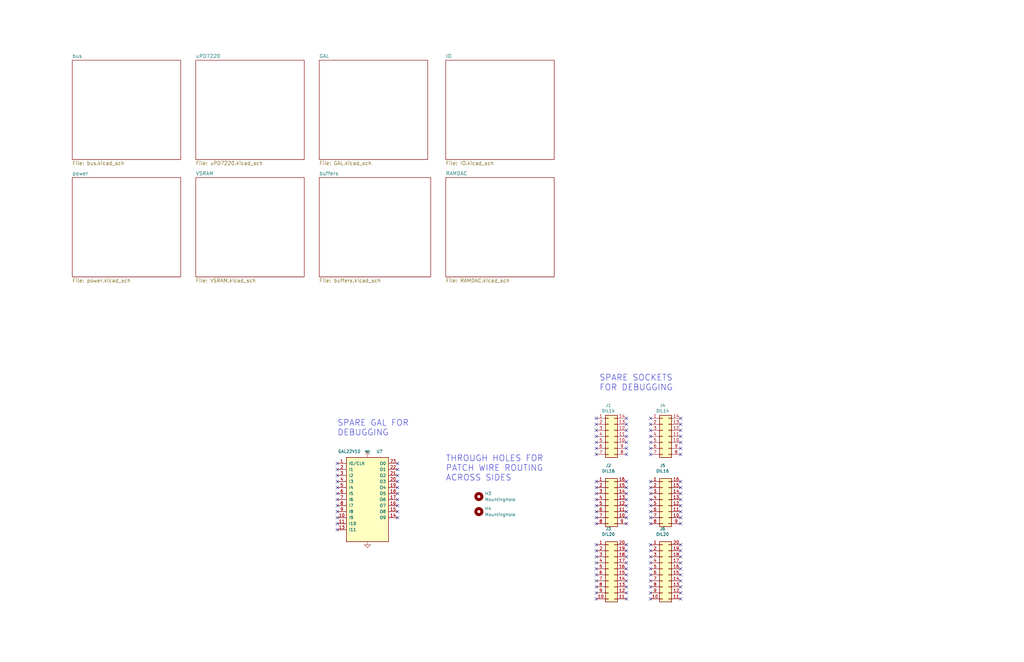
<source format=kicad_sch>
(kicad_sch (version 20211123) (generator eeschema)
  (paper "B")
  (lib_symbols
    (symbol "Connector_Generic:Conn_02x07_Counter_Clockwise" (pin_names (offset 1.016) hide)
      (property "Reference" "J" (at 1.27 10.16 0))
      (property "Value" "Conn_02x07_Counter_Clockwise" (at 1.27 -10.16 0))
      (symbol "Conn_02x07_Counter_Clockwise_1_1"
        (rectangle (start -1.27 -7.493) (end 0 -7.747) (stroke (width 0.1524)))
        (rectangle (start -1.27 -4.953) (end 0 -5.207) (stroke (width 0.1524)))
        (rectangle (start -1.27 -2.413) (end 0 -2.667) (stroke (width 0.1524)))
        (rectangle (start -1.27 0.127) (end 0 -0.127) (stroke (width 0.1524)))
        (rectangle (start -1.27 2.667) (end 0 2.413) (stroke (width 0.1524)))
        (rectangle (start -1.27 5.207) (end 0 4.953) (stroke (width 0.1524)))
        (rectangle (start -1.27 7.747) (end 0 7.493) (stroke (width 0.1524)))
        (rectangle (start -1.27 8.89) (end 3.81 -8.89) (stroke (width 0.254)) (fill (type background)))
        (rectangle (start 3.81 -7.493) (end 2.54 -7.747) (stroke (width 0.1524)))
        (rectangle (start 3.81 -4.953) (end 2.54 -5.207) (stroke (width 0.1524)))
        (rectangle (start 3.81 -2.413) (end 2.54 -2.667) (stroke (width 0.1524)))
        (rectangle (start 3.81 0.127) (end 2.54 -0.127) (stroke (width 0.1524)))
        (rectangle (start 3.81 2.667) (end 2.54 2.413) (stroke (width 0.1524)))
        (rectangle (start 3.81 5.207) (end 2.54 4.953) (stroke (width 0.1524)))
        (rectangle (start 3.81 7.747) (end 2.54 7.493) (stroke (width 0.1524)))
        (pin passive line (at -5.08 7.62 0) (length 3.81) (name "Pin_1") (number "1"))
        (pin passive line (at 7.62 -2.54 180) (length 3.81) (name "Pin_10") (number "10"))
        (pin passive line (at 7.62 0 180) (length 3.81) (name "Pin_11") (number "11"))
        (pin passive line (at 7.62 2.54 180) (length 3.81) (name "Pin_12") (number "12"))
        (pin passive line (at 7.62 5.08 180) (length 3.81) (name "Pin_13") (number "13"))
        (pin passive line (at 7.62 7.62 180) (length 3.81) (name "Pin_14") (number "14"))
        (pin passive line (at -5.08 5.08 0) (length 3.81) (name "Pin_2") (number "2"))
        (pin passive line (at -5.08 2.54 0) (length 3.81) (name "Pin_3") (number "3"))
        (pin passive line (at -5.08 0 0) (length 3.81) (name "Pin_4") (number "4"))
        (pin passive line (at -5.08 -2.54 0) (length 3.81) (name "Pin_5") (number "5"))
        (pin passive line (at -5.08 -5.08 0) (length 3.81) (name "Pin_6") (number "6"))
        (pin passive line (at -5.08 -7.62 0) (length 3.81) (name "Pin_7") (number "7"))
        (pin passive line (at 7.62 -7.62 180) (length 3.81) (name "Pin_8") (number "8"))
        (pin passive line (at 7.62 -5.08 180) (length 3.81) (name "Pin_9") (number "9"))
      )
    )
    (symbol "Connector_Generic:Conn_02x08_Counter_Clockwise" (pin_names (offset 1.016) hide)
      (property "Reference" "J" (at 1.27 10.16 0))
      (property "Value" "Conn_02x08_Counter_Clockwise" (at 1.27 -12.7 0))
      (symbol "Conn_02x08_Counter_Clockwise_1_1"
        (rectangle (start -1.27 -10.033) (end 0 -10.287) (stroke (width 0.1524)))
        (rectangle (start -1.27 -7.493) (end 0 -7.747) (stroke (width 0.1524)))
        (rectangle (start -1.27 -4.953) (end 0 -5.207) (stroke (width 0.1524)))
        (rectangle (start -1.27 -2.413) (end 0 -2.667) (stroke (width 0.1524)))
        (rectangle (start -1.27 0.127) (end 0 -0.127) (stroke (width 0.1524)))
        (rectangle (start -1.27 2.667) (end 0 2.413) (stroke (width 0.1524)))
        (rectangle (start -1.27 5.207) (end 0 4.953) (stroke (width 0.1524)))
        (rectangle (start -1.27 7.747) (end 0 7.493) (stroke (width 0.1524)))
        (rectangle (start -1.27 8.89) (end 3.81 -11.43) (stroke (width 0.254)) (fill (type background)))
        (rectangle (start 3.81 -10.033) (end 2.54 -10.287) (stroke (width 0.1524)))
        (rectangle (start 3.81 -7.493) (end 2.54 -7.747) (stroke (width 0.1524)))
        (rectangle (start 3.81 -4.953) (end 2.54 -5.207) (stroke (width 0.1524)))
        (rectangle (start 3.81 -2.413) (end 2.54 -2.667) (stroke (width 0.1524)))
        (rectangle (start 3.81 0.127) (end 2.54 -0.127) (stroke (width 0.1524)))
        (rectangle (start 3.81 2.667) (end 2.54 2.413) (stroke (width 0.1524)))
        (rectangle (start 3.81 5.207) (end 2.54 4.953) (stroke (width 0.1524)))
        (rectangle (start 3.81 7.747) (end 2.54 7.493) (stroke (width 0.1524)))
        (pin passive line (at -5.08 7.62 0) (length 3.81) (name "Pin_1") (number "1"))
        (pin passive line (at 7.62 -7.62 180) (length 3.81) (name "Pin_10") (number "10"))
        (pin passive line (at 7.62 -5.08 180) (length 3.81) (name "Pin_11") (number "11"))
        (pin passive line (at 7.62 -2.54 180) (length 3.81) (name "Pin_12") (number "12"))
        (pin passive line (at 7.62 0 180) (length 3.81) (name "Pin_13") (number "13"))
        (pin passive line (at 7.62 2.54 180) (length 3.81) (name "Pin_14") (number "14"))
        (pin passive line (at 7.62 5.08 180) (length 3.81) (name "Pin_15") (number "15"))
        (pin passive line (at 7.62 7.62 180) (length 3.81) (name "Pin_16") (number "16"))
        (pin passive line (at -5.08 5.08 0) (length 3.81) (name "Pin_2") (number "2"))
        (pin passive line (at -5.08 2.54 0) (length 3.81) (name "Pin_3") (number "3"))
        (pin passive line (at -5.08 0 0) (length 3.81) (name "Pin_4") (number "4"))
        (pin passive line (at -5.08 -2.54 0) (length 3.81) (name "Pin_5") (number "5"))
        (pin passive line (at -5.08 -5.08 0) (length 3.81) (name "Pin_6") (number "6"))
        (pin passive line (at -5.08 -7.62 0) (length 3.81) (name "Pin_7") (number "7"))
        (pin passive line (at -5.08 -10.16 0) (length 3.81) (name "Pin_8") (number "8"))
        (pin passive line (at 7.62 -10.16 180) (length 3.81) (name "Pin_9") (number "9"))
      )
    )
    (symbol "Connector_Generic:Conn_02x10_Counter_Clockwise" (pin_names (offset 1.016) hide)
      (property "Reference" "J" (at 1.27 12.7 0))
      (property "Value" "Conn_02x10_Counter_Clockwise" (at 1.27 -15.24 0))
      (symbol "Conn_02x10_Counter_Clockwise_1_1"
        (rectangle (start -1.27 -12.573) (end 0 -12.827) (stroke (width 0.1524)))
        (rectangle (start -1.27 -10.033) (end 0 -10.287) (stroke (width 0.1524)))
        (rectangle (start -1.27 -7.493) (end 0 -7.747) (stroke (width 0.1524)))
        (rectangle (start -1.27 -4.953) (end 0 -5.207) (stroke (width 0.1524)))
        (rectangle (start -1.27 -2.413) (end 0 -2.667) (stroke (width 0.1524)))
        (rectangle (start -1.27 0.127) (end 0 -0.127) (stroke (width 0.1524)))
        (rectangle (start -1.27 2.667) (end 0 2.413) (stroke (width 0.1524)))
        (rectangle (start -1.27 5.207) (end 0 4.953) (stroke (width 0.1524)))
        (rectangle (start -1.27 7.747) (end 0 7.493) (stroke (width 0.1524)))
        (rectangle (start -1.27 10.287) (end 0 10.033) (stroke (width 0.1524)))
        (rectangle (start -1.27 11.43) (end 3.81 -13.97) (stroke (width 0.254)) (fill (type background)))
        (rectangle (start 3.81 -12.573) (end 2.54 -12.827) (stroke (width 0.1524)))
        (rectangle (start 3.81 -10.033) (end 2.54 -10.287) (stroke (width 0.1524)))
        (rectangle (start 3.81 -7.493) (end 2.54 -7.747) (stroke (width 0.1524)))
        (rectangle (start 3.81 -4.953) (end 2.54 -5.207) (stroke (width 0.1524)))
        (rectangle (start 3.81 -2.413) (end 2.54 -2.667) (stroke (width 0.1524)))
        (rectangle (start 3.81 0.127) (end 2.54 -0.127) (stroke (width 0.1524)))
        (rectangle (start 3.81 2.667) (end 2.54 2.413) (stroke (width 0.1524)))
        (rectangle (start 3.81 5.207) (end 2.54 4.953) (stroke (width 0.1524)))
        (rectangle (start 3.81 7.747) (end 2.54 7.493) (stroke (width 0.1524)))
        (rectangle (start 3.81 10.287) (end 2.54 10.033) (stroke (width 0.1524)))
        (pin passive line (at -5.08 10.16 0) (length 3.81) (name "Pin_1") (number "1"))
        (pin passive line (at -5.08 -12.7 0) (length 3.81) (name "Pin_10") (number "10"))
        (pin passive line (at 7.62 -12.7 180) (length 3.81) (name "Pin_11") (number "11"))
        (pin passive line (at 7.62 -10.16 180) (length 3.81) (name "Pin_12") (number "12"))
        (pin passive line (at 7.62 -7.62 180) (length 3.81) (name "Pin_13") (number "13"))
        (pin passive line (at 7.62 -5.08 180) (length 3.81) (name "Pin_14") (number "14"))
        (pin passive line (at 7.62 -2.54 180) (length 3.81) (name "Pin_15") (number "15"))
        (pin passive line (at 7.62 0 180) (length 3.81) (name "Pin_16") (number "16"))
        (pin passive line (at 7.62 2.54 180) (length 3.81) (name "Pin_17") (number "17"))
        (pin passive line (at 7.62 5.08 180) (length 3.81) (name "Pin_18") (number "18"))
        (pin passive line (at 7.62 7.62 180) (length 3.81) (name "Pin_19") (number "19"))
        (pin passive line (at -5.08 7.62 0) (length 3.81) (name "Pin_2") (number "2"))
        (pin passive line (at 7.62 10.16 180) (length 3.81) (name "Pin_20") (number "20"))
        (pin passive line (at -5.08 5.08 0) (length 3.81) (name "Pin_3") (number "3"))
        (pin passive line (at -5.08 2.54 0) (length 3.81) (name "Pin_4") (number "4"))
        (pin passive line (at -5.08 0 0) (length 3.81) (name "Pin_5") (number "5"))
        (pin passive line (at -5.08 -2.54 0) (length 3.81) (name "Pin_6") (number "6"))
        (pin passive line (at -5.08 -5.08 0) (length 3.81) (name "Pin_7") (number "7"))
        (pin passive line (at -5.08 -7.62 0) (length 3.81) (name "Pin_8") (number "8"))
        (pin passive line (at -5.08 -10.16 0) (length 3.81) (name "Pin_9") (number "9"))
      )
    )
    (symbol "GAL22V10:GAL22V10" (pin_names (offset 1.016))
      (property "Reference" "U" (at -8.89 19.05 0))
      (property "Value" "GAL22V10" (at -1.27 19.05 0))
      (symbol "GAL22V10_0_1"
        (rectangle (start -8.89 -17.78) (end 8.89 17.78) (stroke (width 0.254)) (fill (type background)))
      )
      (symbol "GAL22V10_1_1"
        (pin input line (at -12.7 15.24 0) (length 3.81) (name "I0/CLK") (number "1"))
        (pin input line (at -12.7 -7.62 0) (length 3.81) (name "I9") (number "10"))
        (pin input line (at -12.7 -10.16 0) (length 3.81) (name "I10") (number "11"))
        (pin power_in line (at 0 -17.78 90) (length 0) hide (name "GND") (number "12"))
        (pin input line (at -12.7 -12.7 0) (length 3.81) (name "I11") (number "13"))
        (pin output line (at 12.7 -7.62 180) (length 3.81) (name "O9") (number "14"))
        (pin output line (at 12.7 -5.08 180) (length 3.81) (name "O8") (number "15"))
        (pin output line (at 12.7 -2.54 180) (length 3.81) (name "O7") (number "16"))
        (pin output line (at 12.7 0 180) (length 3.81) (name "O6") (number "17"))
        (pin output line (at 12.7 2.54 180) (length 3.81) (name "O5") (number "18"))
        (pin output line (at 12.7 5.08 180) (length 3.81) (name "O4") (number "19"))
        (pin input line (at -12.7 12.7 0) (length 3.81) (name "I1") (number "2"))
        (pin output line (at 12.7 7.62 180) (length 3.81) (name "O3") (number "20"))
        (pin output line (at 12.7 10.16 180) (length 3.81) (name "O2") (number "21"))
        (pin output line (at 12.7 12.7 180) (length 3.81) (name "O1") (number "22"))
        (pin output line (at 12.7 15.24 180) (length 3.81) (name "O0") (number "23"))
        (pin power_in line (at 0 17.78 270) (length 0) hide (name "VCC") (number "24"))
        (pin input line (at -12.7 10.16 0) (length 3.81) (name "I2") (number "3"))
        (pin input line (at -12.7 7.62 0) (length 3.81) (name "I3") (number "4"))
        (pin input line (at -12.7 5.08 0) (length 3.81) (name "I4") (number "5"))
        (pin input line (at -12.7 2.54 0) (length 3.81) (name "I5") (number "6"))
        (pin input line (at -12.7 0 0) (length 3.81) (name "I6") (number "7"))
        (pin input line (at -12.7 -2.54 0) (length 3.81) (name "I7") (number "8"))
        (pin input line (at -12.7 -5.08 0) (length 3.81) (name "I8") (number "9"))
      )
    )
    (symbol "Mechanical:MountingHole" (pin_names (offset 1.016))
      (property "Reference" "H" (at 0 5.08 0))
      (property "Value" "MountingHole" (at 0 3.175 0))
      (symbol "MountingHole_0_1"
        (circle (center 0 0) (radius 1.27) (stroke (width 1.27)))
      )
    )
    (symbol "power:GND" (power) (pin_names (offset 0))
      (property "Value" "GND" (at 0 -3.81 0))
      (symbol "GND_0_1"
        (polyline (pts (xy 0 0) (xy 0 -1.27) (xy 1.27 -1.27) (xy 0 -2.54) (xy -1.27 -1.27) (xy 0 -1.27)))
      )
      (symbol "GND_1_1"
        (pin power_in line (at 0 0 270) (length 0) hide (name "GND") (number "1"))
      )
    )
    (symbol "power:VCC" (power) (pin_names (offset 0))
      (property "Value" "VCC" (at 0 3.81 0))
      (symbol "VCC_0_1"
        (polyline (pts (xy -0.762 1.27) (xy 0 2.54)))
        (polyline (pts (xy 0 0) (xy 0 2.54)))
        (polyline (pts (xy 0 2.54) (xy 0.762 1.27)))
      )
      (symbol "VCC_1_1"
        (pin power_in line (at 0 0 90) (length 0) hide (name "VCC") (number "1"))
      )
    )
  )
  (no_connect (at 142.24 213.36))
  (no_connect (at 287.02 215.9))
  (no_connect (at 287.02 191.77))
  (no_connect (at 274.32 213.36))
  (no_connect (at 287.02 186.69))
  (no_connect (at 251.46 220.98))
  (no_connect (at 142.24 223.52))
  (no_connect (at 287.02 242.57))
  (no_connect (at 287.02 184.15))
  (no_connect (at 287.02 189.23))
  (no_connect (at 287.02 205.74))
  (no_connect (at 251.46 213.36))
  (no_connect (at 274.32 240.03))
  (no_connect (at 251.46 250.19))
  (no_connect (at 251.46 218.44))
  (no_connect (at 287.02 203.2))
  (no_connect (at 287.02 220.98))
  (no_connect (at 287.02 213.36))
  (no_connect (at 142.24 205.74))
  (no_connect (at 274.32 250.19))
  (no_connect (at 287.02 181.61))
  (no_connect (at 251.46 215.9))
  (no_connect (at 287.02 252.73))
  (no_connect (at 274.32 203.2))
  (no_connect (at 251.46 234.95))
  (no_connect (at 264.16 232.41))
  (no_connect (at 287.02 208.28))
  (no_connect (at 251.46 237.49))
  (no_connect (at 264.16 220.98))
  (no_connect (at 251.46 203.2))
  (no_connect (at 274.32 229.87))
  (no_connect (at 274.32 234.95))
  (no_connect (at 287.02 229.87))
  (no_connect (at 142.24 203.2))
  (no_connect (at 251.46 205.74))
  (no_connect (at 264.16 208.28))
  (no_connect (at 274.32 181.61))
  (no_connect (at 251.46 232.41))
  (no_connect (at 251.46 191.77))
  (no_connect (at 287.02 247.65))
  (no_connect (at 274.32 208.28))
  (no_connect (at 264.16 184.15))
  (no_connect (at 251.46 181.61))
  (no_connect (at 142.24 200.66))
  (no_connect (at 142.24 195.58))
  (no_connect (at 287.02 240.03))
  (no_connect (at 167.64 203.2))
  (no_connect (at 264.16 252.73))
  (no_connect (at 287.02 234.95))
  (no_connect (at 274.32 215.9))
  (no_connect (at 167.64 198.12))
  (no_connect (at 264.16 203.2))
  (no_connect (at 251.46 242.57))
  (no_connect (at 287.02 218.44))
  (no_connect (at 264.16 186.69))
  (no_connect (at 287.02 232.41))
  (no_connect (at 264.16 189.23))
  (no_connect (at 264.16 213.36))
  (no_connect (at 274.32 210.82))
  (no_connect (at 167.64 218.44))
  (no_connect (at 264.16 250.19))
  (no_connect (at 274.32 220.98))
  (no_connect (at 287.02 237.49))
  (no_connect (at 264.16 179.07))
  (no_connect (at 264.16 247.65))
  (no_connect (at 274.32 245.11))
  (no_connect (at 287.02 179.07))
  (no_connect (at 251.46 247.65))
  (no_connect (at 251.46 184.15))
  (no_connect (at 264.16 176.53))
  (no_connect (at 251.46 245.11))
  (no_connect (at 251.46 176.53))
  (no_connect (at 274.32 247.65))
  (no_connect (at 274.32 205.74))
  (no_connect (at 142.24 208.28))
  (no_connect (at 142.24 218.44))
  (no_connect (at 274.32 242.57))
  (no_connect (at 287.02 245.11))
  (no_connect (at 251.46 179.07))
  (no_connect (at 264.16 234.95))
  (no_connect (at 274.32 237.49))
  (no_connect (at 142.24 210.82))
  (no_connect (at 264.16 215.9))
  (no_connect (at 264.16 181.61))
  (no_connect (at 274.32 191.77))
  (no_connect (at 274.32 184.15))
  (no_connect (at 264.16 240.03))
  (no_connect (at 264.16 218.44))
  (no_connect (at 251.46 208.28))
  (no_connect (at 274.32 186.69))
  (no_connect (at 251.46 189.23))
  (no_connect (at 287.02 210.82))
  (no_connect (at 274.32 176.53))
  (no_connect (at 167.64 215.9))
  (no_connect (at 264.16 210.82))
  (no_connect (at 264.16 191.77))
  (no_connect (at 274.32 189.23))
  (no_connect (at 167.64 200.66))
  (no_connect (at 167.64 195.58))
  (no_connect (at 167.64 208.28))
  (no_connect (at 264.16 205.74))
  (no_connect (at 274.32 179.07))
  (no_connect (at 167.64 213.36))
  (no_connect (at 167.64 205.74))
  (no_connect (at 142.24 215.9))
  (no_connect (at 264.16 245.11))
  (no_connect (at 251.46 186.69))
  (no_connect (at 274.32 252.73))
  (no_connect (at 251.46 240.03))
  (no_connect (at 274.32 232.41))
  (no_connect (at 264.16 237.49))
  (no_connect (at 167.64 210.82))
  (no_connect (at 251.46 229.87))
  (no_connect (at 142.24 220.98))
  (no_connect (at 287.02 176.53))
  (no_connect (at 251.46 210.82))
  (no_connect (at 264.16 242.57))
  (no_connect (at 274.32 218.44))
  (no_connect (at 251.46 252.73))
  (no_connect (at 142.24 198.12))
  (no_connect (at 287.02 250.19))
  (no_connect (at 264.16 229.87))
  (text "SPARE SOCKETS\nFOR DEBUGGING" (at 252.73 165.1 0) (effects (font (size 2.54 2.54)) (justify left bottom)))
  (text "SPARE GAL FOR\nDEBUGGING" (at 142.24 184.15 0) (effects (font (size 2.54 2.54)) (justify left bottom)))
  (text "THROUGH HOLES FOR\nPATCH WIRE ROUTING\nACROSS SIDES" (at 187.96 203.2 0) (effects (font (size 2.54 2.54)) (justify left bottom)))
  (symbol (lib_id "Connector_Generic:Conn_02x07_Counter_Clockwise") (at 256.54 184.15 0) (unit 1)
    (property "Reference" "J1" (at 256.54 171.069 0))
    (property "Value" "DIL14" (at 256.54 173.3804 0))
    (property "Footprint" "Package_DIP:DIP-14_W7.62mm" (effects hide))
  )
  (symbol (lib_id "Connector_Generic:Conn_02x08_Counter_Clockwise") (at 256.54 210.82 0) (unit 1)
    (property "Reference" "J2" (at 256.54 196.469 0))
    (property "Value" "DIL16" (at 256.54 198.7804 0))
    (property "Footprint" "Package_DIP:DIP-16_W7.62mm" (effects hide))
  )
  (symbol (lib_id "Connector_Generic:Conn_02x10_Counter_Clockwise") (at 256.54 240.03 0) (unit 1)
    (property "Reference" "J3" (at 256.54 223.139 0))
    (property "Value" "DIL20" (at 256.54 225.4504 0))
    (property "Footprint" "Package_DIP:DIP-20_W7.62mm" (effects hide))
  )
  (symbol (lib_id "Connector_Generic:Conn_02x07_Counter_Clockwise") (at 279.4 184.15 0) (unit 1)
    (property "Reference" "J4" (at 279.4 171.069 0))
    (property "Value" "DIL14" (at 279.4 173.3804 0))
    (property "Footprint" "Package_DIP:DIP-14_W7.62mm" (effects hide))
  )
  (symbol (lib_id "Connector_Generic:Conn_02x08_Counter_Clockwise") (at 279.4 210.82 0) (unit 1)
    (property "Reference" "J5" (at 279.4 196.469 0))
    (property "Value" "DIL16" (at 279.4 198.7804 0))
    (property "Footprint" "Package_DIP:DIP-16_W7.62mm" (effects hide))
  )
  (symbol (lib_id "Connector_Generic:Conn_02x10_Counter_Clockwise") (at 279.4 240.03 0) (unit 1)
    (property "Reference" "J6" (at 279.4 223.139 0))
    (property "Value" "DIL20" (at 279.4 225.4504 0))
    (property "Footprint" "Package_DIP:DIP-20_W7.62mm" (effects hide))
  )
  (symbol (lib_id "power:GND") (at 154.94 228.6 0) (unit 1)
    (property "Reference" "#PWR011" (effects hide))
    (property "Value" "GND" (effects hide))
  )
  (symbol (lib_id "Mechanical:MountingHole") (at 201.93 209.55 0) (unit 1)
    (property "Reference" "H3" (at 204.47 208.2799 0) (effects (justify left)))
    (property "Value" "MountingHole" (at 204.47 210.8199 0) (effects (justify left)))
    (property "Footprint" "MountingHole:MountingHole_2.2mm_M2_DIN965_Pad" (effects hide))
  )
  (symbol (lib_id "GAL22V10:GAL22V10") (at 154.94 210.82 0) (unit 1)
    (property "Reference" "U7" (at 160.02 190.5 0))
    (property "Value" "GAL22V10" (at 147.32 190.5 0))
    (property "Footprint" "Package_DIP:DIP-24_W7.62mm" (effects hide))
  )
  (symbol (lib_id "Mechanical:MountingHole") (at 201.93 215.9 0) (unit 1)
    (property "Reference" "H4" (at 204.47 214.6299 0) (effects (justify left)))
    (property "Value" "MountingHole" (at 204.47 217.1699 0) (effects (justify left)))
    (property "Footprint" "MountingHole:MountingHole_2.2mm_M2_DIN965_Pad" (effects hide))
  )
  (symbol (lib_id "power:VCC") (at 154.94 193.04 0) (unit 1)
    (property "Reference" "#PWR010" (effects hide))
    (property "Value" "VCC" (at 154.94 190.5 0) (effects (font (size 0.762 0.762))))
  )
  (sheet (at 134.62 25.4) (size 45.72 41.91)
    (property "Sheet name" "GAL" (at 134.62 24.5614 0) (effects (font (size 1.524 1.524)) (justify left bottom)))
    (property "Sheet file" "GAL.kicad_sch" (at 134.62 67.9962 0) (effects (font (size 1.524 1.524)) (justify left top)))
  )
  (sheet (at 134.62 74.93) (size 46.99 41.91)
    (property "Sheet name" "buffers" (at 134.62 74.0914 0) (effects (font (size 1.524 1.524)) (justify left bottom)))
    (property "Sheet file" "buffers.kicad_sch" (at 134.62 117.5262 0) (effects (font (size 1.524 1.524)) (justify left top)))
  )
  (sheet (at 30.48 25.4) (size 45.72 41.91)
    (property "Sheet name" "bus" (at 30.48 24.5614 0) (effects (font (size 1.524 1.524)) (justify left bottom)))
    (property "Sheet file" "bus.kicad_sch" (at 30.48 67.9962 0) (effects (font (size 1.524 1.524)) (justify left top)))
  )
  (sheet (at 30.48 74.93) (size 45.72 41.91)
    (property "Sheet name" "power" (at 30.48 74.0914 0) (effects (font (size 1.524 1.524)) (justify left bottom)))
    (property "Sheet file" "power.kicad_sch" (at 30.48 117.5262 0) (effects (font (size 1.524 1.524)) (justify left top)))
  )
  (sheet (at 82.55 25.4) (size 45.72 41.91)
    (property "Sheet name" "uPD7220" (at 82.55 24.5614 0) (effects (font (size 1.524 1.524)) (justify left bottom)))
    (property "Sheet file" "uPD7220.kicad_sch" (at 82.55 67.9962 0) (effects (font (size 1.524 1.524)) (justify left top)))
  )
  (sheet (at 82.55 74.93) (size 45.72 41.91)
    (property "Sheet name" "VSRAM" (at 82.55 74.0914 0) (effects (font (size 1.524 1.524)) (justify left bottom)))
    (property "Sheet file" "VSRAM.kicad_sch" (at 82.55 117.5262 0) (effects (font (size 1.524 1.524)) (justify left top)))
  )
  (sheet (at 187.96 74.93) (size 45.72 41.91)
    (property "Sheet name" "RAMDAC" (at 187.96 74.0914 0) (effects (font (size 1.524 1.524)) (justify left bottom)))
    (property "Sheet file" "RAMDAC.kicad_sch" (at 187.96 117.5262 0) (effects (font (size 1.524 1.524)) (justify left top)))
  )
  (sheet (at 187.96 25.4) (size 45.72 41.91)
    (property "Sheet name" "IO" (at 187.96 24.5614 0) (effects (font (size 1.524 1.524)) (justify left bottom)))
    (property "Sheet file" "IO.kicad_sch" (at 187.96 67.9962 0) (effects (font (size 1.524 1.524)) (justify left top)))
  )
)
</source>
